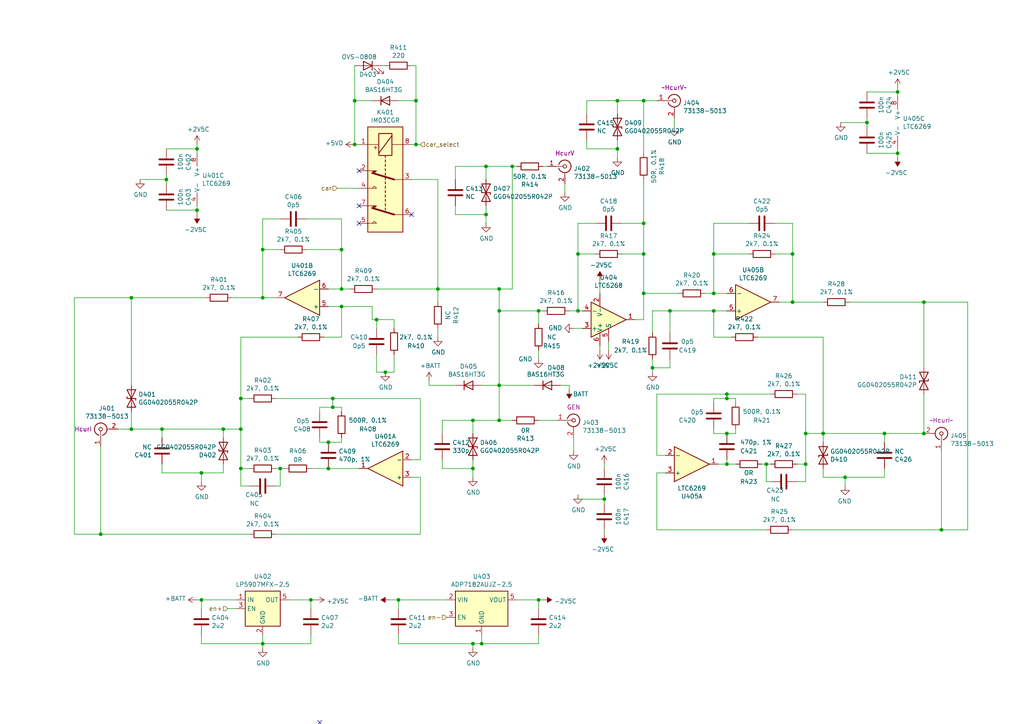
<source format=kicad_sch>
(kicad_sch (version 20211123) (generator eeschema)
  (paper "A4")
  (lib_symbols
    (symbol "Connector:Conn_Coaxial" (pin_names (offset 1.016) hide)
      (property "Reference" "J" (at 0.254 3.048 0))
      (property "Value" "Conn_Coaxial" (at 2.921 0 90))
      (symbol "Conn_Coaxial_1_1"
        (pin passive line (at -5.08 0 0) (length 2.54) (name "In") (number "1"))
        (pin passive line (at 0 -5.08 90) (length 2.54) (name "Ext") (number "2"))
      )
    )
    (symbol "Device:C" (pin_numbers hide) (pin_names (offset 0.254))
      (property "Reference" "C" (at 0.635 2.54 0))
      (property "Value" "C" (at 0.635 -2.54 0))
      (symbol "C_1_1"
        (pin passive line (at 0 3.81 270) (length 2.794) (name "~") (number "1"))
        (pin passive line (at 0 -3.81 90) (length 2.794) (name "~") (number "2"))
      )
    )
    (symbol "Device:D" (pin_numbers hide) (pin_names (offset 1.016) hide)
      (property "Reference" "D" (at 0 2.54 0))
      (property "Value" "D" (at 0 -2.54 0))
      (symbol "D_1_1"
        (pin passive line (at -3.81 0 0) (length 2.54) (name "K") (number "1"))
        (pin passive line (at 3.81 0 180) (length 2.54) (name "A") (number "2"))
      )
    )
    (symbol "Device:D_TVS" (pin_numbers hide) (pin_names (offset 1.016) hide)
      (property "Reference" "D" (at 0 2.54 0))
      (property "Value" "D_TVS" (at 0 -2.54 0))
      (symbol "D_TVS_1_1"
        (pin passive line (at -3.81 0 0) (length 2.54) (name "A1") (number "1"))
        (pin passive line (at 3.81 0 180) (length 2.54) (name "A2") (number "2"))
      )
    )
    (symbol "Device:LED" (pin_numbers hide) (pin_names (offset 1.016) hide)
      (property "Reference" "D" (at 0 2.54 0))
      (property "Value" "LED" (at 0 -2.54 0))
      (symbol "LED_1_1"
        (pin passive line (at -3.81 0 0) (length 2.54) (name "K") (number "1"))
        (pin passive line (at 3.81 0 180) (length 2.54) (name "A") (number "2"))
      )
    )
    (symbol "Device:R" (pin_numbers hide) (pin_names (offset 0))
      (property "Reference" "R" (at 2.032 0 90))
      (property "Value" "R" (at 0 0 90))
      (symbol "R_1_1"
        (pin passive line (at 0 3.81 270) (length 1.27) (name "~") (number "1"))
        (pin passive line (at 0 -3.81 90) (length 1.27) (name "~") (number "2"))
      )
    )
    (symbol "Regulator_Linear:ADP7182AUJZ-2.5"
      (property "Reference" "U" (at 0 -7.62 0))
      (property "Value" "ADP7182AUJZ-2.5" (at 0 -6.35 0))
      (symbol "ADP7182AUJZ-2.5_1_1"
        (pin power_in line (at 0 7.62 270) (length 2.54) (name "GND") (number "1"))
        (pin power_in line (at -10.16 -2.54 0) (length 2.54) (name "VIN") (number "2"))
        (pin input line (at -10.16 2.54 0) (length 2.54) (name "EN") (number "3"))
        (pin no_connect line (at 7.62 0 180) (length 2.54) hide (name "NC") (number "4"))
        (pin power_out line (at 10.16 -2.54 180) (length 2.54) (name "VOUT") (number "5"))
      )
    )
    (symbol "Regulator_Linear:LP5907MFX-2.5"
      (property "Reference" "U" (at -3.81 6.35 0))
      (property "Value" "LP5907MFX-2.5" (at 6.35 6.35 0))
      (symbol "LP5907MFX-2.5_0_1"
        (pin power_in line (at -7.62 2.54 0) (length 2.54) (name "IN") (number "1"))
        (pin power_in line (at 0 -7.62 90) (length 2.54) (name "GND") (number "2"))
        (pin input line (at -7.62 0 0) (length 2.54) (name "EN") (number "3"))
        (pin no_connect line (at 5.08 0 180) (length 2.54) hide (name "NC") (number "4"))
        (pin power_out line (at 7.62 2.54 180) (length 2.54) (name "OUT") (number "5"))
      )
    )
    (symbol "power:+5VD" (power) (pin_names (offset 0))
      (property "Value" "+5VD" (at 0 3.556 0))
      (symbol "+5VD_1_1"
        (pin power_in line (at 0 0 90) (length 0) hide (name "+5VD") (number "1"))
      )
    )
    (symbol "power:+BATT" (power) (pin_names (offset 0))
      (property "Value" "+BATT" (at 0 3.556 0))
      (symbol "+BATT_1_1"
        (pin power_in line (at 0 0 90) (length 0) hide (name "+BATT") (number "1"))
      )
    )
    (symbol "power:-BATT" (power) (pin_names (offset 0))
      (property "Value" "-BATT" (at 0 3.556 0))
      (symbol "-BATT_1_1"
        (pin power_in line (at 0 0 90) (length 0) hide (name "-BATT") (number "1"))
      )
    )
    (symbol "power:GND" (power) (pin_names (offset 0))
      (property "Value" "GND" (at 0 -3.81 0))
      (symbol "GND_1_1"
        (pin power_in line (at 0 0 270) (length 0) hide (name "GND") (number "1"))
      )
    )
    (symbol "tiepieLCR:+2V5C" (power) (pin_names (offset 0))
      (property "Value" "+2V5C" (at 0 3.556 0))
      (symbol "+2V5C_1_1"
        (pin power_in line (at 0 0 90) (length 0) hide (name "+2V5C") (number "1"))
      )
    )
    (symbol "tiepieLCR:-2V5C" (power) (pin_names (offset 0))
      (property "Value" "-2V5C" (at 0 3.81 0))
      (symbol "-2V5C_0_0"
        (pin power_in line (at 0 0 90) (length 0) hide (name "-2V5C") (number "1"))
      )
    )
    (symbol "tiepieLCR:1462039-4"
      (property "Reference" "K" (at 16.51 3.81 0))
      (property "Value" "1462039-4" (at 16.51 1.27 0))
      (symbol "1462039-4_0_0"
        (text "+" (at -9.271 2.921 0) (effects (font (size 1.27 1.27))))
      )
      (symbol "1462039-4_1_1"
        (pin passive line (at -10.16 7.62 270) (length 2.54) (name "~") (number "1"))
        (pin passive line (at -2.54 7.62 270) (length 2.54) (name "~") (number "2"))
        (pin passive line (at 0 -7.62 90) (length 2.54) (name "~") (number "3"))
        (pin passive line (at 2.54 7.62 270) (length 2.54) (name "~") (number "4"))
        (pin passive line (at 12.7 7.62 270) (length 2.54) (name "~") (number "5"))
        (pin passive line (at 10.16 -7.62 90) (length 2.54) (name "~") (number "6"))
        (pin passive line (at 7.62 7.62 270) (length 2.54) (name "~") (number "7"))
        (pin passive line (at -10.16 -7.62 90) (length 2.54) (name "~") (number "8"))
      )
    )
    (symbol "tiepieLCR:LTC6268" (pin_names (offset 0.127))
      (property "Reference" "U" (at 1.27 6.35 0))
      (property "Value" "LTC6268" (at 1.27 3.81 0))
      (symbol "LTC6268_0_1"
        (pin power_in line (at -2.54 -7.62 90) (length 3.81) (name "V-") (number "2"))
        (pin power_in line (at -2.54 7.62 270) (length 3.81) (name "V+") (number "6"))
      )
      (symbol "LTC6268_1_1"
        (pin output line (at 7.62 0 180) (length 2.54) (name "~") (number "1"))
        (pin input line (at -7.62 2.54 0) (length 2.54) (name "+") (number "3"))
        (pin input line (at -7.62 -2.54 0) (length 2.54) (name "-") (number "4"))
        (pin power_in line (at 0 6.35 270) (length 3.81) (name "S") (number "5"))
      )
    )
    (symbol "tiepieLCR:LTC6269" (pin_names (offset 0.127))
      (property "Reference" "U" (at 0 5.08 0))
      (property "Value" "LTC6269" (at 0 -5.08 0))
      (symbol "LTC6269_1_1"
        (pin output line (at 7.62 0 180) (length 2.54) (name "~") (number "1"))
        (pin input line (at -7.62 -2.54 0) (length 2.54) (name "-") (number "2"))
        (pin input line (at -7.62 2.54 0) (length 2.54) (name "+") (number "3"))
      )
      (symbol "LTC6269_2_1"
        (pin input line (at -7.62 2.54 0) (length 2.54) (name "+") (number "5"))
        (pin input line (at -7.62 -2.54 0) (length 2.54) (name "-") (number "6"))
        (pin output line (at 7.62 0 180) (length 2.54) (name "~") (number "7"))
      )
      (symbol "LTC6269_3_1"
        (pin power_in line (at -2.54 -7.62 90) (length 3.81) (name "V-") (number "4"))
        (pin power_in line (at -2.54 7.62 270) (length 3.81) (name "V+") (number "8"))
      )
    )
  )
  (junction (at 29.21 154.94))
  (junction (at 144.78 83.82))
  (junction (at 102.87 41.91))
  (junction (at 189.23 106.68))
  (junction (at 194.31 90.17))
  (junction (at 76.2 186.69))
  (junction (at 148.59 48.26))
  (junction (at 76.2 72.39))
  (junction (at 233.68 134.62))
  (junction (at 69.85 135.89))
  (junction (at 144.78 111.76))
  (junction (at 238.76 125.73))
  (junction (at 139.7 186.69))
  (junction (at 96.52 115.57))
  (junction (at 229.87 73.66))
  (junction (at 140.97 62.23))
  (junction (at 127 83.82))
  (junction (at 99.06 88.9))
  (junction (at 186.69 85.09))
  (junction (at 58.42 137.16))
  (junction (at 69.85 115.57))
  (junction (at 207.01 90.17))
  (junction (at 95.25 135.89))
  (junction (at 273.05 153.67))
  (junction (at 137.16 186.69))
  (junction (at 186.69 64.77))
  (junction (at 38.1 86.36))
  (junction (at 115.57 173.99))
  (junction (at 109.22 92.71))
  (junction (at 144.78 90.17))
  (junction (at 267.97 125.73))
  (junction (at 210.82 134.62))
  (junction (at 57.15 60.96))
  (junction (at 207.01 73.66))
  (junction (at 96.52 118.11))
  (junction (at 102.87 29.21))
  (junction (at 229.87 87.63))
  (junction (at 210.82 125.73))
  (junction (at 76.2 86.36))
  (junction (at 179.07 29.21))
  (junction (at 186.69 29.21))
  (junction (at 90.17 173.99))
  (junction (at 95.25 128.27))
  (junction (at 251.46 35.56))
  (junction (at 57.15 43.18))
  (junction (at 222.25 134.62))
  (junction (at 210.82 115.57))
  (junction (at 167.64 90.17))
  (junction (at 186.69 73.66))
  (junction (at 260.35 44.45))
  (junction (at 167.64 73.66))
  (junction (at 140.97 48.26))
  (junction (at 260.35 26.67))
  (junction (at 256.54 125.73))
  (junction (at 156.21 173.99))
  (junction (at 233.68 125.73))
  (junction (at 175.26 144.78))
  (junction (at 111.76 107.95))
  (junction (at 210.82 114.3))
  (junction (at 64.77 124.46))
  (junction (at 99.06 72.39))
  (junction (at 99.06 83.82))
  (junction (at 58.42 173.99))
  (junction (at 120.65 29.21))
  (junction (at 120.65 41.91))
  (junction (at 81.28 135.89))
  (junction (at 156.21 90.17))
  (junction (at 48.26 52.07))
  (junction (at 69.85 124.46))
  (junction (at 144.78 121.92))
  (junction (at 207.01 85.09))
  (junction (at 137.16 135.89))
  (junction (at 245.11 138.43))
  (junction (at 267.97 87.63))
  (junction (at 137.16 121.92))
  (junction (at 179.07 43.18))
  (junction (at 46.99 124.46))
  (junction (at 38.1 124.46))
  (no_connect (at 104.14 59.69))
  (no_connect (at 104.14 64.77))
  (no_connect (at 119.38 62.23))
  (no_connect (at 92.71 209.55))
  (no_connect (at 104.14 49.53))
  (wire (pts (xy 115.57 186.69) (xy 137.16 186.69)))
  (wire (pts (xy 219.71 97.79) (xy 238.76 97.79)))
  (wire (pts (xy 180.34 64.77) (xy 186.69 64.77)))
  (wire (pts (xy 68.58 176.53) (xy 66.04 176.53)))
  (wire (pts (xy 180.34 73.66) (xy 186.69 73.66)))
  (wire (pts (xy 76.2 86.36) (xy 80.01 86.36)))
  (wire (pts (xy 57.15 60.96) (xy 57.15 62.23)))
  (wire (pts (xy 246.38 87.63) (xy 267.97 87.63)))
  (wire (pts (xy 256.54 125.73) (xy 267.97 125.73)))
  (wire (pts (xy 245.11 138.43) (xy 256.54 138.43)))
  (wire (pts (xy 110.49 19.05) (xy 111.76 19.05)))
  (wire (pts (xy 109.22 95.25) (xy 109.22 92.71)))
  (wire (pts (xy 90.17 176.53) (xy 90.17 173.99)))
  (wire (pts (xy 238.76 138.43) (xy 245.11 138.43)))
  (wire (pts (xy 194.31 106.68) (xy 189.23 106.68)))
  (wire (pts (xy 194.31 96.52) (xy 194.31 90.17)))
  (wire (pts (xy 267.97 106.68) (xy 267.97 87.63)))
  (wire (pts (xy 95.25 88.9) (xy 99.06 88.9)))
  (wire (pts (xy 224.79 73.66) (xy 229.87 73.66)))
  (wire (pts (xy 167.64 73.66) (xy 167.64 90.17)))
  (wire (pts (xy 90.17 135.89) (xy 95.25 135.89)))
  (wire (pts (xy 229.87 153.67) (xy 273.05 153.67)))
  (wire (pts (xy 139.7 186.69) (xy 156.21 186.69)))
  (wire (pts (xy 207.01 64.77) (xy 217.17 64.77)))
  (wire (pts (xy 167.64 64.77) (xy 167.64 73.66)))
  (wire (pts (xy 109.22 83.82) (xy 127 83.82)))
  (wire (pts (xy 207.01 85.09) (xy 204.47 85.09)))
  (wire (pts (xy 166.37 127) (xy 166.37 130.81)))
  (wire (pts (xy 48.26 52.07) (xy 40.64 52.07)))
  (wire (pts (xy 193.04 132.08) (xy 190.5 132.08)))
  (wire (pts (xy 238.76 125.73) (xy 233.68 125.73)))
  (wire (pts (xy 217.17 73.66) (xy 207.01 73.66)))
  (wire (pts (xy 76.2 187.96) (xy 76.2 186.69)))
  (wire (pts (xy 280.67 87.63) (xy 280.67 153.67)))
  (wire (pts (xy 190.5 137.16) (xy 193.04 137.16)))
  (wire (pts (xy 121.92 138.43) (xy 121.92 154.94)))
  (wire (pts (xy 238.76 125.73) (xy 256.54 125.73)))
  (wire (pts (xy 186.69 64.77) (xy 186.69 73.66)))
  (wire (pts (xy 140.97 62.23) (xy 140.97 64.77)))
  (wire (pts (xy 96.52 118.11) (xy 96.52 115.57)))
  (wire (pts (xy 260.35 44.45) (xy 260.35 45.72)))
  (wire (pts (xy 124.46 111.76) (xy 132.08 111.76)))
  (wire (pts (xy 260.35 43.18) (xy 260.35 44.45)))
  (wire (pts (xy 91.44 173.99) (xy 90.17 173.99)))
  (wire (pts (xy 99.06 88.9) (xy 99.06 97.79)))
  (wire (pts (xy 114.3 107.95) (xy 111.76 107.95)))
  (wire (pts (xy 170.18 43.18) (xy 170.18 40.64)))
  (wire (pts (xy 190.5 153.67) (xy 190.5 137.16)))
  (wire (pts (xy 170.18 33.02) (xy 170.18 29.21)))
  (wire (pts (xy 156.21 184.15) (xy 156.21 186.69)))
  (wire (pts (xy 190.5 114.3) (xy 210.82 114.3)))
  (wire (pts (xy 256.54 128.27) (xy 256.54 125.73)))
  (wire (pts (xy 92.71 128.27) (xy 95.25 128.27)))
  (wire (pts (xy 140.97 62.23) (xy 132.08 62.23)))
  (wire (pts (xy 64.77 124.46) (xy 69.85 124.46)))
  (wire (pts (xy 175.26 143.51) (xy 175.26 144.78)))
  (wire (pts (xy 189.23 90.17) (xy 189.23 96.52)))
  (wire (pts (xy 57.15 43.18) (xy 57.15 41.91)))
  (wire (pts (xy 168.91 95.25) (xy 166.37 95.25)))
  (wire (pts (xy 115.57 184.15) (xy 115.57 186.69)))
  (wire (pts (xy 175.26 144.78) (xy 167.64 144.78)))
  (wire (pts (xy 144.78 111.76) (xy 144.78 121.92)))
  (wire (pts (xy 251.46 34.29) (xy 251.46 35.56)))
  (wire (pts (xy 170.18 29.21) (xy 179.07 29.21)))
  (wire (pts (xy 95.25 83.82) (xy 99.06 83.82)))
  (wire (pts (xy 48.26 43.18) (xy 57.15 43.18)))
  (wire (pts (xy 120.65 29.21) (xy 120.65 41.91)))
  (wire (pts (xy 58.42 184.15) (xy 58.42 186.69)))
  (wire (pts (xy 99.06 83.82) (xy 99.06 72.39)))
  (wire (pts (xy 137.16 135.89) (xy 128.27 135.89)))
  (wire (pts (xy 280.67 87.63) (xy 267.97 87.63)))
  (wire (pts (xy 233.68 139.7) (xy 233.68 134.62)))
  (wire (pts (xy 231.14 139.7) (xy 233.68 139.7)))
  (wire (pts (xy 137.16 133.35) (xy 137.16 135.89)))
  (wire (pts (xy 162.56 111.76) (xy 165.1 111.76)))
  (wire (pts (xy 104.14 54.61) (xy 97.79 54.61)))
  (wire (pts (xy 99.06 97.79) (xy 93.98 97.79)))
  (wire (pts (xy 172.72 64.77) (xy 167.64 64.77)))
  (wire (pts (xy 132.08 48.26) (xy 140.97 48.26)))
  (wire (pts (xy 29.21 154.94) (xy 72.39 154.94)))
  (wire (pts (xy 99.06 72.39) (xy 99.06 63.5)))
  (wire (pts (xy 210.82 134.62) (xy 213.36 134.62)))
  (wire (pts (xy 64.77 137.16) (xy 64.77 134.62)))
  (wire (pts (xy 245.11 140.97) (xy 245.11 138.43)))
  (wire (pts (xy 156.21 101.6) (xy 156.21 104.14)))
  (wire (pts (xy 96.52 115.57) (xy 121.92 115.57)))
  (wire (pts (xy 21.59 154.94) (xy 29.21 154.94)))
  (wire (pts (xy 210.82 85.09) (xy 207.01 85.09)))
  (wire (pts (xy 186.69 52.07) (xy 186.69 64.77)))
  (wire (pts (xy 88.9 72.39) (xy 99.06 72.39)))
  (wire (pts (xy 81.28 135.89) (xy 81.28 140.97)))
  (wire (pts (xy 189.23 106.68) (xy 189.23 107.95)))
  (wire (pts (xy 90.17 186.69) (xy 76.2 186.69)))
  (wire (pts (xy 114.3 92.71) (xy 109.22 92.71)))
  (wire (pts (xy 99.06 63.5) (xy 88.9 63.5)))
  (wire (pts (xy 186.69 29.21) (xy 190.5 29.21)))
  (wire (pts (xy 149.86 48.26) (xy 148.59 48.26)))
  (wire (pts (xy 179.07 29.21) (xy 179.07 33.02)))
  (wire (pts (xy 69.85 135.89) (xy 69.85 124.46)))
  (wire (pts (xy 102.87 41.91) (xy 102.87 29.21)))
  (wire (pts (xy 207.01 90.17) (xy 210.82 90.17)))
  (wire (pts (xy 179.07 43.18) (xy 179.07 45.72)))
  (wire (pts (xy 38.1 86.36) (xy 59.69 86.36)))
  (wire (pts (xy 107.95 92.71) (xy 107.95 88.9)))
  (wire (pts (xy 260.35 26.67) (xy 260.35 25.4)))
  (wire (pts (xy 175.26 144.78) (xy 175.26 146.05)))
  (wire (pts (xy 190.5 153.67) (xy 222.25 153.67)))
  (wire (pts (xy 21.59 86.36) (xy 21.59 154.94)))
  (wire (pts (xy 238.76 97.79) (xy 238.76 125.73)))
  (wire (pts (xy 273.05 130.81) (xy 273.05 153.67)))
  (wire (pts (xy 80.01 154.94) (xy 121.92 154.94)))
  (wire (pts (xy 207.01 124.46) (xy 207.01 125.73)))
  (wire (pts (xy 92.71 119.38) (xy 92.71 118.11)))
  (wire (pts (xy 189.23 104.14) (xy 189.23 106.68)))
  (wire (pts (xy 102.87 29.21) (xy 107.95 29.21)))
  (wire (pts (xy 186.69 73.66) (xy 186.69 85.09)))
  (wire (pts (xy 251.46 35.56) (xy 243.84 35.56)))
  (wire (pts (xy 127 52.07) (xy 127 83.82)))
  (wire (pts (xy 127 87.63) (xy 127 83.82)))
  (wire (pts (xy 92.71 118.11) (xy 96.52 118.11)))
  (wire (pts (xy 69.85 97.79) (xy 86.36 97.79)))
  (wire (pts (xy 256.54 138.43) (xy 256.54 135.89)))
  (wire (pts (xy 179.07 43.18) (xy 170.18 43.18)))
  (wire (pts (xy 233.68 125.73) (xy 233.68 134.62)))
  (wire (pts (xy 72.39 140.97) (xy 69.85 140.97)))
  (wire (pts (xy 111.76 107.95) (xy 109.22 107.95)))
  (wire (pts (xy 57.15 60.96) (xy 48.26 60.96)))
  (wire (pts (xy 173.99 100.33) (xy 173.99 101.6)))
  (wire (pts (xy 140.97 59.69) (xy 140.97 62.23)))
  (wire (pts (xy 148.59 121.92) (xy 144.78 121.92)))
  (wire (pts (xy 57.15 59.69) (xy 57.15 60.96)))
  (wire (pts (xy 148.59 83.82) (xy 144.78 83.82)))
  (wire (pts (xy 190.5 132.08) (xy 190.5 114.3)))
  (wire (pts (xy 154.94 111.76) (xy 144.78 111.76)))
  (wire (pts (xy 90.17 184.15) (xy 90.17 186.69)))
  (wire (pts (xy 115.57 176.53) (xy 115.57 173.99)))
  (wire (pts (xy 29.21 129.54) (xy 29.21 154.94)))
  (wire (pts (xy 99.06 83.82) (xy 101.6 83.82)))
  (wire (pts (xy 238.76 138.43) (xy 238.76 135.89)))
  (wire (pts (xy 167.64 90.17) (xy 168.91 90.17)))
  (wire (pts (xy 144.78 90.17) (xy 144.78 111.76)))
  (wire (pts (xy 176.53 101.6) (xy 176.53 99.06)))
  (wire (pts (xy 99.06 118.11) (xy 99.06 119.38)))
  (wire (pts (xy 58.42 173.99) (xy 68.58 173.99)))
  (wire (pts (xy 207.01 97.79) (xy 207.01 90.17)))
  (wire (pts (xy 157.48 48.26) (xy 158.75 48.26)))
  (wire (pts (xy 38.1 124.46) (xy 34.29 124.46)))
  (wire (pts (xy 127 95.25) (xy 127 97.79)))
  (wire (pts (xy 194.31 104.14) (xy 194.31 106.68)))
  (wire (pts (xy 76.2 72.39) (xy 76.2 63.5)))
  (wire (pts (xy 207.01 115.57) (xy 210.82 115.57)))
  (wire (pts (xy 165.1 90.17) (xy 167.64 90.17)))
  (wire (pts (xy 48.26 52.07) (xy 48.26 53.34)))
  (wire (pts (xy 208.28 134.62) (xy 210.82 134.62)))
  (wire (pts (xy 58.42 139.7) (xy 58.42 137.16)))
  (wire (pts (xy 69.85 140.97) (xy 69.85 135.89)))
  (wire (pts (xy 81.28 72.39) (xy 76.2 72.39)))
  (wire (pts (xy 113.03 173.99) (xy 115.57 173.99)))
  (wire (pts (xy 115.57 173.99) (xy 129.54 173.99)))
  (wire (pts (xy 46.99 124.46) (xy 64.77 124.46)))
  (wire (pts (xy 119.38 52.07) (xy 127 52.07)))
  (wire (pts (xy 90.17 173.99) (xy 83.82 173.99)))
  (wire (pts (xy 119.38 41.91) (xy 120.65 41.91)))
  (wire (pts (xy 109.22 102.87) (xy 109.22 107.95)))
  (wire (pts (xy 58.42 186.69) (xy 76.2 186.69)))
  (wire (pts (xy 207.01 85.09) (xy 207.01 73.66)))
  (wire (pts (xy 128.27 135.89) (xy 128.27 133.35)))
  (wire (pts (xy 195.58 34.29) (xy 195.58 36.83)))
  (wire (pts (xy 109.22 92.71) (xy 107.95 92.71)))
  (wire (pts (xy 128.27 125.73) (xy 128.27 121.92)))
  (wire (pts (xy 76.2 72.39) (xy 76.2 86.36)))
  (wire (pts (xy 260.35 44.45) (xy 251.46 44.45)))
  (wire (pts (xy 173.99 81.28) (xy 173.99 85.09)))
  (wire (pts (xy 139.7 111.76) (xy 144.78 111.76)))
  (wire (pts (xy 156.21 90.17) (xy 144.78 90.17)))
  (wire (pts (xy 69.85 135.89) (xy 72.39 135.89)))
  (wire (pts (xy 210.82 115.57) (xy 213.36 115.57)))
  (wire (pts (xy 210.82 114.3) (xy 223.52 114.3)))
  (wire (pts (xy 165.1 111.76) (xy 165.1 113.03)))
  (wire (pts (xy 46.99 137.16) (xy 46.99 134.62)))
  (wire (pts (xy 137.16 186.69) (xy 139.7 186.69)))
  (wire (pts (xy 251.46 35.56) (xy 251.46 36.83)))
  (wire (pts (xy 72.39 115.57) (xy 69.85 115.57)))
  (wire (pts (xy 58.42 176.53) (xy 58.42 173.99)))
  (wire (pts (xy 207.01 125.73) (xy 210.82 125.73)))
  (wire (pts (xy 76.2 86.36) (xy 67.31 86.36)))
  (wire (pts (xy 210.82 115.57) (xy 210.82 114.3)))
  (wire (pts (xy 38.1 111.76) (xy 38.1 86.36)))
  (wire (pts (xy 229.87 64.77) (xy 224.79 64.77)))
  (wire (pts (xy 260.35 27.94) (xy 260.35 26.67)))
  (wire (pts (xy 229.87 73.66) (xy 229.87 64.77)))
  (wire (pts (xy 21.59 86.36) (xy 38.1 86.36)))
  (wire (pts (xy 81.28 135.89) (xy 82.55 135.89)))
  (wire (pts (xy 58.42 137.16) (xy 46.99 137.16)))
  (wire (pts (xy 127 83.82) (xy 144.78 83.82)))
  (wire (pts (xy 148.59 48.26) (xy 148.59 83.82)))
  (wire (pts (xy 222.25 139.7) (xy 222.25 134.62)))
  (wire (pts (xy 81.28 140.97) (xy 80.01 140.97)))
  (wire (pts (xy 132.08 52.07) (xy 132.08 48.26)))
  (wire (pts (xy 233.68 114.3) (xy 231.14 114.3)))
  (wire (pts (xy 184.15 92.71) (xy 186.69 92.71)))
  (wire (pts (xy 186.69 44.45) (xy 186.69 29.21)))
  (wire (pts (xy 76.2 63.5) (xy 81.28 63.5)))
  (wire (pts (xy 64.77 137.16) (xy 58.42 137.16)))
  (wire (pts (xy 102.87 19.05) (xy 102.87 29.21)))
  (wire (pts (xy 223.52 139.7) (xy 222.25 139.7)))
  (wire (pts (xy 137.16 121.92) (xy 137.16 125.73)))
  (wire (pts (xy 194.31 90.17) (xy 207.01 90.17)))
  (wire (pts (xy 57.15 44.45) (xy 57.15 43.18)))
  (wire (pts (xy 207.01 73.66) (xy 207.01 64.77)))
  (wire (pts (xy 121.92 115.57) (xy 121.92 133.35)))
  (wire (pts (xy 119.38 133.35) (xy 121.92 133.35)))
  (wire (pts (xy 175.26 135.89) (xy 175.26 134.62)))
  (wire (pts (xy 156.21 93.98) (xy 156.21 90.17)))
  (wire (pts (xy 137.16 187.96) (xy 137.16 186.69)))
  (wire (pts (xy 76.2 184.15) (xy 76.2 186.69)))
  (wire (pts (xy 186.69 85.09) (xy 186.69 92.71)))
  (wire (pts (xy 137.16 121.92) (xy 144.78 121.92)))
  (wire (pts (xy 156.21 173.99) (xy 157.48 173.99)))
  (wire (pts (xy 38.1 124.46) (xy 46.99 124.46)))
  (wire (pts (xy 220.98 134.62) (xy 222.25 134.62)))
  (wire (pts (xy 132.08 62.23) (xy 132.08 59.69)))
  (wire (pts (xy 120.65 41.91) (xy 121.92 41.91)))
  (wire (pts (xy 179.07 29.21) (xy 186.69 29.21)))
  (wire (pts (xy 102.87 41.91) (xy 104.14 41.91)))
  (wire (pts (xy 179.07 40.64) (xy 179.07 43.18)))
  (wire (pts (xy 38.1 119.38) (xy 38.1 124.46)))
  (wire (pts (xy 140.97 48.26) (xy 140.97 52.07)))
  (wire (pts (xy 186.69 85.09) (xy 196.85 85.09)))
  (wire (pts (xy 213.36 125.73) (xy 210.82 125.73)))
  (wire (pts (xy 64.77 127) (xy 64.77 124.46)))
  (wire (pts (xy 157.48 90.17) (xy 156.21 90.17)))
  (wire (pts (xy 156.21 176.53) (xy 156.21 173.99)))
  (wire (pts (xy 213.36 115.57) (xy 213.36 116.84)))
  (wire (pts (xy 229.87 87.63) (xy 226.06 87.63)))
  (wire (pts (xy 163.83 53.34) (xy 163.83 55.88)))
  (wire (pts (xy 95.25 135.89) (xy 104.14 135.89)))
  (wire (pts (xy 251.46 26.67) (xy 260.35 26.67)))
  (wire (pts (xy 229.87 87.63) (xy 238.76 87.63)))
  (wire (pts (xy 120.65 19.05) (xy 120.65 29.21)))
  (wire (pts (xy 156.21 121.92) (xy 161.29 121.92)))
  (wire (pts (xy 119.38 19.05) (xy 120.65 19.05)))
  (wire (pts (xy 280.67 153.67) (xy 273.05 153.67)))
  (wire (pts (xy 80.01 115.57) (xy 96.52 115.57)))
  (wire (pts (xy 267.97 114.3) (xy 267.97 125.73)))
  (wire (pts (xy 48.26 50.8) (xy 48.26 52.07)))
  (wire (pts (xy 144.78 90.17) (xy 144.78 83.82)))
  (wire (pts (xy 107.95 88.9) (xy 99.06 88.9)))
  (wire (pts (xy 222.25 134.62) (xy 223.52 134.62)))
  (wire (pts (xy 95.25 128.27) (xy 99.06 128.27)))
  (wire (pts (xy 229.87 73.66) (xy 229.87 87.63)))
  (wire (pts (xy 212.09 97.79) (xy 207.01 97.79)))
  (wire (pts (xy 80.01 135.89) (xy 81.28 135.89)))
  (wire (pts (xy 128.27 121.92) (xy 137.16 121.92)))
  (wire (pts (xy 233.68 125.73) (xy 233.68 114.3)))
  (wire (pts (xy 69.85 97.79) (xy 69.85 115.57)))
  (wire (pts (xy 114.3 92.71) (xy 114.3 95.25)))
  (wire (pts (xy 92.71 127) (xy 92.71 128.27)))
  (wire (pts (xy 140.97 48.26) (xy 148.59 48.26)))
  (wire (pts (xy 238.76 128.27) (xy 238.76 125.73)))
  (wire (pts (xy 210.82 133.35) (xy 210.82 134.62)))
  (wire (pts (xy 207.01 116.84) (xy 207.01 115.57)))
  (wire (pts (xy 231.14 134.62) (xy 233.68 134.62)))
  (wire (pts (xy 114.3 102.87) (xy 114.3 107.95)))
  (wire (pts (xy 167.64 73.66) (xy 172.72 73.66)))
  (wire (pts (xy 189.23 90.17) (xy 194.31 90.17)))
  (wire (pts (xy 139.7 184.15) (xy 139.7 186.69)))
  (wire (pts (xy 121.92 138.43) (xy 119.38 138.43)))
  (wire (pts (xy 137.16 135.89) (xy 137.16 138.43)))
  (wire (pts (xy 99.06 128.27) (xy 99.06 127)))
  (wire (pts (xy 115.57 29.21) (xy 120.65 29.21)))
  (wire (pts (xy 57.15 173.99) (xy 58.42 173.99)))
  (wire (pts (xy 124.46 110.49) (xy 124.46 111.76)))
  (wire (pts (xy 175.26 153.67) (xy 175.26 154.94)))
  (wire (pts (xy 69.85 115.57) (xy 69.85 124.46)))
  (wire (pts (xy 213.36 125.73) (xy 213.36 124.46)))
  (wire (pts (xy 46.99 127) (xy 46.99 124.46)))
  (wire (pts (xy 96.52 118.11) (xy 99.06 118.11)))
  (wire (pts (xy 149.86 173.99) (xy 156.21 173.99)))
  (hierarchical_label "car" (shape input) (at 97.79 54.61 180))
  (hierarchical_label "en+" (shape input) (at 66.04 176.53 180))
  (hierarchical_label "car_select" (shape input) (at 121.92 41.91 0))
  (hierarchical_label "en-" (shape input) (at 129.54 179.07 180))
  (symbol (lib_id "tiepieLCR:1462039-4") (at 111.76 52.07 90) (mirror x) (unit 1)
    (property "Reference" "K401" (at 111.76 32.5882 90))
    (property "Value" "IM03CGR" (at 111.76 34.8996 90))
    (property "Footprint" "tiepieLCR:1462039-4" (effects hide))
  )
  (symbol (lib_id "power:+5VD") (at 102.87 41.91 90) (unit 1)
    (property "Reference" "#PWR0408" (effects hide))
    (property "Value" "+5VD" (at 99.6188 41.529 90) (effects (justify left)))
  )
  (symbol (lib_id "Device:D") (at 111.76 29.21 0) (mirror x) (unit 1)
    (property "Reference" "D404" (at 111.76 23.7236 0))
    (property "Value" "BAS16HT3G " (at 111.76 26.035 0))
    (property "Footprint" "Diode_SMD:D_SOD-323" (effects hide))
  )
  (symbol (lib_id "Device:R") (at 114.3 99.06 180)
    (property "Reference" "R410" (at 120.65 100.33 0))
    (property "Value" "2k7, 0.1%" (at 120.65 97.79 0))
    (property "Footprint" "Resistor_SMD:R_0603_1608Metric_Pad1.05x0.95mm_HandSolder" (effects hide))
    (property "Name" "ERJ-PB3B2701V" (effects hide))
  )
  (symbol (lib_id "Device:R") (at 85.09 72.39 270)
    (property "Reference" "R405" (at 85.09 67.1322 90))
    (property "Value" "2k7, 0.1%" (at 85.09 69.4436 90))
    (property "Footprint" "Resistor_SMD:R_0603_1608Metric_Pad1.05x0.95mm_HandSolder" (effects hide))
    (property "Name" "ERJ-PB3B2701V" (effects hide))
  )
  (symbol (lib_id "Device:R") (at 105.41 83.82 270)
    (property "Reference" "R409" (at 105.41 78.5622 90))
    (property "Value" "2k7, 0.1%" (at 105.41 80.8736 90))
    (property "Footprint" "Resistor_SMD:R_0603_1608Metric_Pad1.05x0.95mm_HandSolder" (effects hide))
    (property "Name" "ERJ-PB3B2701V" (effects hide))
  )
  (symbol (lib_id "Device:R") (at 90.17 97.79 270)
    (property "Reference" "R407" (at 90.17 92.5322 90))
    (property "Value" "2k7, 0.1%" (at 90.17 94.8436 90))
    (property "Footprint" "Resistor_SMD:R_0603_1608Metric_Pad1.05x0.95mm_HandSolder" (effects hide))
    (property "Name" "ERJ-PB3B2701V" (effects hide))
  )
  (symbol (lib_id "Device:R") (at 161.29 90.17 270)
    (property "Reference" "R416" (at 161.29 84.9122 90))
    (property "Value" "2k7, 0.1%" (at 161.29 87.2236 90))
    (property "Footprint" "Resistor_SMD:R_0603_1608Metric_Pad1.05x0.95mm_HandSolder" (effects hide))
    (property "Name" "ERJ-PB3B2701V" (effects hide))
  )
  (symbol (lib_id "Device:R") (at 176.53 73.66 270)
    (property "Reference" "R417" (at 176.53 68.4022 90))
    (property "Value" "2k7, 0.1%" (at 176.53 70.7136 90))
    (property "Footprint" "Resistor_SMD:R_0603_1608Metric_Pad1.05x0.95mm_HandSolder" (effects hide))
    (property "Name" "ERJ-PB3B2701V" (effects hide))
  )
  (symbol (lib_id "Device:R") (at 200.66 85.09 270)
    (property "Reference" "R420" (at 200.66 79.8322 90))
    (property "Value" "2k7, 0.1%" (at 200.66 82.1436 90))
    (property "Footprint" "Resistor_SMD:R_0603_1608Metric_Pad1.05x0.95mm_HandSolder" (effects hide))
    (property "Name" "ERJ-PB3B2701V" (effects hide))
  )
  (symbol (lib_id "Device:R") (at 215.9 97.79 270)
    (property "Reference" "R422" (at 215.9 92.5322 90))
    (property "Value" "2k7, 0.1%" (at 215.9 94.8436 90))
    (property "Footprint" "Resistor_SMD:R_0603_1608Metric_Pad1.05x0.95mm_HandSolder" (effects hide))
    (property "Name" "ERJ-PB3B2701V" (effects hide))
  )
  (symbol (lib_id "Device:R") (at 189.23 100.33 0)
    (property "Reference" "R419" (at 182.88 99.06 0))
    (property "Value" "2k7, 0.1%" (at 182.88 101.6 0))
    (property "Footprint" "Resistor_SMD:R_0603_1608Metric_Pad1.05x0.95mm_HandSolder" (effects hide))
    (property "Name" "ERJ-PB3B2701V" (effects hide))
  )
  (symbol (lib_id "Device:R") (at 220.98 73.66 270)
    (property "Reference" "R424" (at 220.98 68.4022 90))
    (property "Value" "2k7, 0.1%" (at 220.98 70.7136 90))
    (property "Footprint" "Resistor_SMD:R_0603_1608Metric_Pad1.05x0.95mm_HandSolder" (effects hide))
    (property "Name" "ERJ-PB3B2701V" (effects hide))
  )
  (symbol (lib_id "Device:R") (at 226.06 153.67 270)
    (property "Reference" "R425" (at 226.06 148.4122 90))
    (property "Value" "2k7, 0.1%" (at 226.06 150.7236 90))
    (property "Footprint" "Resistor_SMD:R_0603_1608Metric_Pad1.05x0.95mm_HandSolder" (effects hide))
    (property "Name" "ERJ-PB3B2701V" (effects hide))
  )
  (symbol (lib_id "Device:D") (at 135.89 111.76 0) (mirror x) (unit 1)
    (property "Reference" "D405" (at 135.89 106.2736 0))
    (property "Value" "BAS16HT3G " (at 135.89 108.585 0))
    (property "Footprint" "Diode_SMD:D_SOD-323" (effects hide))
  )
  (symbol (lib_id "power:+BATT") (at 124.46 110.49 0) (unit 1)
    (property "Reference" "#PWR0411" (effects hide))
    (property "Value" "+BATT" (at 124.841 106.0958 0))
  )
  (symbol (lib_id "Device:D") (at 158.75 111.76 0) (mirror x) (unit 1)
    (property "Reference" "D408" (at 161.29 106.68 0))
    (property "Value" "BAS16HT3G " (at 158.75 108.585 0))
    (property "Footprint" "Diode_SMD:D_SOD-323" (effects hide))
  )
  (symbol (lib_id "tiepieLCR:+2V5C") (at 91.44 173.99 270) (unit 1)
    (property "Reference" "#PWR0407" (effects hide))
    (property "Value" "+2V5C" (at 94.6912 174.371 90) (effects (justify left)))
  )
  (symbol (lib_id "tiepieLCR:-2V5C") (at 157.48 173.99 270) (unit 1)
    (property "Reference" "#PWR0417" (effects hide))
    (property "Value" "-2V5C" (at 160.7312 174.371 90) (effects (justify left)))
  )
  (symbol (lib_id "tiepieLCR:-2V5C") (at 57.15 62.23 180) (unit 1)
    (property "Reference" "#PWR0403" (effects hide))
    (property "Value" "-2V5C" (at 56.769 66.6242 0))
  )
  (symbol (lib_id "tiepieLCR:-2V5C") (at 175.26 154.94 180) (unit 1)
    (property "Reference" "#PWR0426" (effects hide))
    (property "Value" "-2V5C" (at 174.879 159.3342 0))
  )
  (symbol (lib_id "tiepieLCR:-2V5C") (at 260.35 45.72 180) (unit 1)
    (property "Reference" "#PWR0434" (effects hide))
    (property "Value" "-2V5C" (at 259.969 50.1142 0))
  )
  (symbol (lib_id "tiepieLCR:+2V5C") (at 57.15 41.91 0) (unit 1)
    (property "Reference" "#PWR0402" (effects hide))
    (property "Value" "+2V5C" (at 57.531 37.5158 0))
  )
  (symbol (lib_id "tiepieLCR:+2V5C") (at 175.26 134.62 0) (unit 1)
    (property "Reference" "#PWR0425" (effects hide))
    (property "Value" "+2V5C" (at 175.641 130.2258 0))
  )
  (symbol (lib_id "tiepieLCR:+2V5C") (at 260.35 25.4 0) (unit 1)
    (property "Reference" "#PWR0433" (effects hide))
    (property "Value" "+2V5C" (at 260.731 21.0058 0))
  )
  (symbol (lib_id "tiepieLCR:+2V5C") (at 173.99 101.6 180) (unit 1)
    (property "Reference" "#PWR0424" (effects hide))
    (property "Value" "+2V5C" (at 173.609 105.9942 0))
  )
  (symbol (lib_id "tiepieLCR:+2V5C") (at 176.53 101.6 180) (unit 1)
    (property "Reference" "#PWR0427" (effects hide))
    (property "Value" "+2V5C" (at 176.149 105.9942 0))
  )
  (symbol (lib_id "tiepieLCR:-2V5C") (at 173.99 81.28 0) (unit 1)
    (property "Reference" "#PWR0423" (effects hide))
    (property "Value" "-2V5C" (at 174.371 76.8858 0))
  )
  (symbol (lib_id "power:GND") (at 179.07 45.72 0)
    (property "Reference" "#PWR0428" (effects hide))
    (property "Value" "GND" (at 179.197 50.1142 0))
  )
  (symbol (lib_id "Device:C") (at 170.18 36.83 180)
    (property "Reference" "C415" (at 173.101 35.6616 0) (effects (justify right)))
    (property "Value" "NC" (at 173.101 37.973 0) (effects (justify right)))
    (property "Footprint" "Capacitor_SMD:C_0603_1608Metric_Pad1.05x0.95mm_HandSolder" (effects hide))
  )
  (symbol (lib_id "power:GND") (at 195.58 36.83 0) (unit 1)
    (property "Reference" "#PWR0430" (effects hide))
    (property "Value" "GND" (at 195.707 41.2242 0))
  )
  (symbol (lib_id "Connector:Conn_Coaxial") (at 195.58 29.21 0)
    (property "Reference" "J404" (at 198.12 29.845 0) (effects (justify left)))
    (property "Value" "73138-5013" (at 198.12 32.1564 0) (effects (justify left)))
    (property "Footprint" "tiepieLCR:0731385033" (effects hide))
    (property "Datasheet" " ~" (effects hide))
    (property "Name" "~HcurV~" (at 195.58 25.4 0))
  )
  (symbol (lib_id "Device:D_TVS") (at 179.07 36.83 270)
    (property "Reference" "D409" (at 181.0766 35.6616 90) (effects (justify left)))
    (property "Value" "GG0402055R042P" (at 181.0766 37.973 90) (effects (justify left)))
    (property "Footprint" "Diode_SMD:D_0402_1005Metric" (effects hide))
  )
  (symbol (lib_id "Device:R") (at 76.2 135.89 270)
    (property "Reference" "R403" (at 76.2 130.6322 90))
    (property "Value" "2k7, 0.1%" (at 76.2 132.9436 90))
    (property "Footprint" "Resistor_SMD:R_0603_1608Metric_Pad1.05x0.95mm_HandSolder" (effects hide))
    (property "Name" "ERJ-PB3B2701V" (effects hide))
  )
  (symbol (lib_id "Device:R") (at 76.2 115.57 270)
    (property "Reference" "R402" (at 76.2 110.3122 90))
    (property "Value" "2k7, 0.1%" (at 76.2 112.6236 90))
    (property "Footprint" "Resistor_SMD:R_0603_1608Metric_Pad1.05x0.95mm_HandSolder" (effects hide))
    (property "Name" "ERJ-PB3B2701V" (effects hide))
  )
  (symbol (lib_id "Device:C") (at 95.25 132.08 180)
    (property "Reference" "C409" (at 98.171 130.9116 0) (effects (justify right)))
    (property "Value" "470p, 1%" (at 98.171 133.223 0) (effects (justify right)))
    (property "Footprint" "Capacitor_SMD:C_0603_1608Metric_Pad1.05x0.95mm_HandSolder" (effects hide))
    (property "Name" "GRM1885C1H102FA01J" (effects hide))
  )
  (symbol (lib_id "Device:R") (at 76.2 154.94 270)
    (property "Reference" "R404" (at 76.2 149.6822 90))
    (property "Value" "2k7, 0.1%" (at 76.2 151.9936 90))
    (property "Footprint" "Resistor_SMD:R_0603_1608Metric_Pad1.05x0.95mm_HandSolder" (effects hide))
    (property "Name" "ERJ-PB3B2701V" (effects hide))
  )
  (symbol (lib_id "Connector:Conn_Coaxial") (at 29.21 124.46 90)
    (property "Reference" "J401" (at 31.0134 118.4402 90))
    (property "Value" "73138-5013" (at 31.0134 120.7516 90))
    (property "Footprint" "tiepieLCR:0731385033" (effects hide))
    (property "Datasheet" " ~" (effects hide))
    (property "Name" "HcurI" (at 24.13 124.46 90))
  )
  (symbol (lib_id "Device:D_TVS") (at 64.77 130.81 90)
    (property "Reference" "D402" (at 62.7634 131.9784 90) (effects (justify left)))
    (property "Value" "GG0402055R042P" (at 62.7634 129.667 90) (effects (justify left)))
    (property "Footprint" "Diode_SMD:D_0402_1005Metric" (effects hide))
  )
  (symbol (lib_id "Device:C") (at 46.99 130.81 180)
    (property "Reference" "C401" (at 44.069 131.9784 0) (effects (justify left)))
    (property "Value" "NC" (at 44.069 129.667 0) (effects (justify left)))
    (property "Footprint" "Capacitor_SMD:C_0603_1608Metric_Pad1.05x0.95mm_HandSolder" (effects hide))
  )
  (symbol (lib_id "power:GND") (at 58.42 139.7 0)
    (property "Reference" "#PWR0405" (effects hide))
    (property "Value" "GND" (at 58.547 144.0942 0))
  )
  (symbol (lib_id "tiepieLCR:LTC6269") (at 87.63 86.36 180) (unit 2)
    (property "Reference" "U401" (at 87.63 77.0382 0))
    (property "Value" "LTC6269" (at 87.63 79.3496 0))
    (property "Footprint" "Package_SO:MSOP-8_3x3mm_P0.65mm" (effects hide))
    (property "Datasheet" "http://www.ti.com/lit/ds/symlink/lm358.pdf" (effects hide))
  )
  (symbol (lib_id "Device:R") (at 63.5 86.36 270)
    (property "Reference" "R401" (at 63.5 81.1022 90))
    (property "Value" "2k7, 0.1%" (at 63.5 83.4136 90))
    (property "Footprint" "Resistor_SMD:R_0603_1608Metric_Pad1.05x0.95mm_HandSolder" (effects hide))
    (property "Name" "ERJ-PB3B2701V" (effects hide))
  )
  (symbol (lib_id "Device:C") (at 85.09 63.5 270)
    (property "Reference" "C406" (at 85.09 57.0992 90))
    (property "Value" "0p5" (at 85.09 59.4106 90))
    (property "Footprint" "Capacitor_SMD:C_0603_1608Metric_Pad1.05x0.95mm_HandSolder" (effects hide))
    (property "Name" "GJM1555C1H3R9WB01D" (effects hide))
  )
  (symbol (lib_id "Connector:Conn_Coaxial") (at 166.37 121.92 0)
    (property "Reference" "J403" (at 168.91 122.555 0) (effects (justify left)))
    (property "Value" "73138-5013" (at 168.91 124.8664 0) (effects (justify left)))
    (property "Footprint" "tiepieLCR:0731385033" (effects hide))
    (property "Datasheet" " ~" (effects hide))
    (property "Name" "GEN" (at 166.37 118.11 0))
  )
  (symbol (lib_id "power:GND") (at 166.37 130.81 0) (unit 1)
    (property "Reference" "#PWR0421" (effects hide))
    (property "Value" "GND" (at 166.497 135.2042 0))
  )
  (symbol (lib_id "Connector:Conn_Coaxial") (at 163.83 48.26 0)
    (property "Reference" "J402" (at 166.37 48.895 0) (effects (justify left)))
    (property "Value" "73138-5013" (at 166.37 51.2064 0) (effects (justify left)))
    (property "Footprint" "tiepieLCR:0731385033" (effects hide))
    (property "Datasheet" " ~" (effects hide))
    (property "Name" "HcurV" (at 163.83 44.45 0))
  )
  (symbol (lib_id "power:GND") (at 163.83 55.88 0) (unit 1)
    (property "Reference" "#PWR0418" (effects hide))
    (property "Value" "GND" (at 163.957 60.2742 0))
  )
  (symbol (lib_id "Device:D_TVS") (at 140.97 55.88 270)
    (property "Reference" "D407" (at 142.9766 54.7116 90) (effects (justify left)))
    (property "Value" "GG0402055R042P" (at 142.9766 57.023 90) (effects (justify left)))
    (property "Footprint" "Diode_SMD:D_0402_1005Metric" (effects hide))
  )
  (symbol (lib_id "power:GND") (at 140.97 64.77 0)
    (property "Reference" "#PWR0415" (effects hide))
    (property "Value" "GND" (at 141.097 69.1642 0))
  )
  (symbol (lib_id "Device:D_TVS") (at 38.1 115.57 270)
    (property "Reference" "D401" (at 40.1066 114.4016 90) (effects (justify left)))
    (property "Value" "GG0402055R042P" (at 40.1066 116.713 90) (effects (justify left)))
    (property "Footprint" "Diode_SMD:D_0402_1005Metric" (effects hide))
  )
  (symbol (lib_id "tiepieLCR:LTC6269") (at 59.69 52.07 0) (unit 3)
    (property "Reference" "U401" (at 58.6232 50.9016 0) (effects (justify left)))
    (property "Value" "LTC6269" (at 58.6232 53.213 0) (effects (justify left)))
    (property "Footprint" "Package_SO:MSOP-8_3x3mm_P0.65mm" (effects hide))
    (property "Datasheet" "http://www.ti.com/lit/ds/symlink/lm358.pdf" (effects hide))
  )
  (symbol (lib_id "Device:C") (at 132.08 55.88 180)
    (property "Reference" "C413" (at 135.001 54.7116 0) (effects (justify right)))
    (property "Value" "NC" (at 135.001 57.023 0) (effects (justify right)))
    (property "Footprint" "Capacitor_SMD:C_0603_1608Metric_Pad1.05x0.95mm_HandSolder" (effects hide))
  )
  (symbol (lib_id "power:-BATT") (at 165.1 113.03 180) (unit 1)
    (property "Reference" "#PWR0419" (effects hide))
    (property "Value" "-BATT" (at 167.64 114.3 0))
  )
  (symbol (lib_id "power:GND") (at 40.64 52.07 0) (unit 1)
    (property "Reference" "#PWR0401" (effects hide))
    (property "Value" "GND" (at 40.767 56.4642 0))
  )
  (symbol (lib_id "Device:D_TVS") (at 137.16 129.54 270)
    (property "Reference" "D406" (at 139.1666 128.3716 90) (effects (justify left)))
    (property "Value" "GG0402055R042P" (at 139.1666 130.683 90) (effects (justify left)))
    (property "Footprint" "Diode_SMD:D_0402_1005Metric" (effects hide))
  )
  (symbol (lib_id "power:GND") (at 137.16 138.43 0)
    (property "Reference" "#PWR0413" (effects hide))
    (property "Value" "GND" (at 137.287 142.8242 0))
  )
  (symbol (lib_id "Device:C") (at 128.27 129.54 180)
    (property "Reference" "C412" (at 131.191 128.3716 0) (effects (justify right)))
    (property "Value" "330p" (at 131.191 130.683 0) (effects (justify right)))
    (property "Footprint" "Capacitor_SMD:C_0603_1608Metric_Pad1.05x0.95mm_HandSolder" (effects hide))
  )
  (symbol (lib_id "power:GND") (at 156.21 104.14 0) (unit 1)
    (property "Reference" "#PWR0416" (effects hide))
    (property "Value" "GND" (at 152.4 104.14 0))
  )
  (symbol (lib_id "Device:R") (at 156.21 97.79 180)
    (property "Reference" "R415" (at 160.02 100.33 0))
    (property "Value" "NC" (at 160.02 97.79 0))
    (property "Footprint" "Resistor_SMD:R_0603_1608Metric_Pad1.05x0.95mm_HandSolder" (effects hide))
  )
  (symbol (lib_id "Device:R") (at 227.33 134.62 90) (mirror x)
    (property "Reference" "R427" (at 227.33 129.3622 90))
    (property "Value" "2k7, 0.1%" (at 227.33 131.6736 90))
    (property "Footprint" "Resistor_SMD:R_0603_1608Metric_Pad1.05x0.95mm_HandSolder" (effects hide))
    (property "Name" "ERJ-PB3B2701V" (effects hide))
  )
  (symbol (lib_id "Device:R") (at 227.33 114.3 90) (mirror x)
    (property "Reference" "R426" (at 227.33 109.0422 90))
    (property "Value" "2k7, 0.1%" (at 227.33 111.3536 90))
    (property "Footprint" "Resistor_SMD:R_0603_1608Metric_Pad1.05x0.95mm_HandSolder" (effects hide))
    (property "Name" "ERJ-PB3B2701V" (effects hide))
  )
  (symbol (lib_id "Device:D_TVS") (at 238.76 132.08 270) (mirror x)
    (property "Reference" "D410" (at 240.7666 133.2484 90) (effects (justify left)))
    (property "Value" "GG0402055R042P" (at 240.7666 130.937 90) (effects (justify left)))
    (property "Footprint" "Diode_SMD:D_0402_1005Metric" (effects hide))
  )
  (symbol (lib_id "Device:C") (at 256.54 132.08 0) (mirror x)
    (property "Reference" "C426" (at 259.461 133.2484 0) (effects (justify left)))
    (property "Value" "NC" (at 259.461 130.937 0) (effects (justify left)))
    (property "Footprint" "Capacitor_SMD:C_0603_1608Metric_Pad1.05x0.95mm_HandSolder" (effects hide))
  )
  (symbol (lib_id "power:GND") (at 245.11 140.97 0) (mirror y)
    (property "Reference" "#PWR0432" (effects hide))
    (property "Value" "GND" (at 244.983 145.3642 0))
  )
  (symbol (lib_id "tiepieLCR:LTC6269") (at 218.44 87.63 0) (mirror x) (unit 2)
    (property "Reference" "U405" (at 218.44 78.3082 0))
    (property "Value" "LTC6269" (at 218.44 80.6196 0))
    (property "Footprint" "Package_SO:MSOP-8_3x3mm_P0.65mm" (effects hide))
    (property "Datasheet" "http://www.ti.com/lit/ds/symlink/lm358.pdf" (effects hide))
  )
  (symbol (lib_id "Device:R") (at 242.57 87.63 90) (mirror x)
    (property "Reference" "R428" (at 242.57 82.3722 90))
    (property "Value" "2k7, 0.1%" (at 242.57 84.6836 90))
    (property "Footprint" "Resistor_SMD:R_0603_1608Metric_Pad1.05x0.95mm_HandSolder" (effects hide))
    (property "Name" "ERJ-PB3B2701V" (effects hide))
  )
  (symbol (lib_id "Device:C") (at 220.98 64.77 90) (mirror x)
    (property "Reference" "C422" (at 220.98 58.3692 90))
    (property "Value" "0p5" (at 220.98 60.6806 90))
    (property "Footprint" "Capacitor_SMD:C_0603_1608Metric_Pad1.05x0.95mm_HandSolder" (effects hide))
    (property "Name" "GJM1555C1H3R9WB01D" (effects hide))
  )
  (symbol (lib_id "Connector:Conn_Coaxial") (at 273.05 125.73 270) (mirror x)
    (property "Reference" "J405" (at 275.6154 126.3904 90) (effects (justify left)))
    (property "Value" "73138-5013" (at 275.6154 128.7018 90) (effects (justify left)))
    (property "Footprint" "tiepieLCR:0731385033" (effects hide))
    (property "Datasheet" " ~" (effects hide))
    (property "Name" "~HcurI~" (at 273.05 121.92 90))
  )
  (symbol (lib_id "Device:D_TVS") (at 267.97 110.49 90) (mirror x)
    (property "Reference" "D411" (at 265.9634 109.3216 90) (effects (justify left)))
    (property "Value" "GG0402055R042P" (at 265.9634 111.633 90) (effects (justify left)))
    (property "Footprint" "Diode_SMD:D_0402_1005Metric" (effects hide))
  )
  (symbol (lib_id "power:GND") (at 111.76 107.95 0) (unit 1)
    (property "Reference" "#PWR0409" (effects hide))
    (property "Value" "GND" (at 111.887 112.3442 0))
  )
  (symbol (lib_id "Device:C") (at 109.22 99.06 0)
    (property "Reference" "C410" (at 104.14 97.79 0))
    (property "Value" "0p5" (at 104.14 100.33 0))
    (property "Footprint" "Capacitor_SMD:C_0603_1608Metric_Pad1.05x0.95mm_HandSolder" (effects hide))
    (property "Name" "GJM1555C1H3R9WB01D" (effects hide))
  )
  (symbol (lib_id "Device:R") (at 186.69 48.26 0) (mirror y)
    (property "Reference" "R418" (at 191.9478 48.26 90))
    (property "Value" "50R, 0.1%" (at 189.6364 48.26 90))
    (property "Footprint" "Resistor_SMD:R_0603_1608Metric" (effects hide))
  )
  (symbol (lib_id "Device:C") (at 194.31 100.33 0) (mirror y)
    (property "Reference" "C419" (at 199.39 101.6 0))
    (property "Value" "0p5" (at 199.39 99.06 0))
    (property "Footprint" "Capacitor_SMD:C_0603_1608Metric_Pad1.05x0.95mm_HandSolder" (effects hide))
    (property "Name" "GJM1555C1H3R9WB01D" (effects hide))
  )
  (symbol (lib_id "Device:LED") (at 106.68 19.05 0) (mirror y)
    (property "Reference" "D403" (at 104.14 21.59 0) (effects (justify right)))
    (property "Value" "OVS-0808 " (at 99.06 16.51 0) (effects (justify right)))
    (property "Footprint" "LED_SMD:LED_0805_2012Metric" (effects hide))
  )
  (symbol (lib_id "Device:R") (at 115.57 19.05 90) (mirror x)
    (property "Reference" "R411" (at 115.57 13.7922 90))
    (property "Value" "220" (at 115.57 16.1036 90))
    (property "Footprint" "Resistor_SMD:R_0603_1608Metric_Pad1.05x0.95mm_HandSolder" (effects hide))
  )
  (symbol (lib_id "tiepieLCR:LTC6268") (at 176.53 92.71 0) (mirror x) (unit 1)
    (property "Reference" "U404" (at 176.53 80.4926 0))
    (property "Value" "LTC6268" (at 176.53 82.804 0))
    (property "Footprint" "Package_TO_SOT_SMD:SOT-23-6_Handsoldering" (effects hide))
    (property "Datasheet" "http://ww1.microchip.com/downloads/en/DeviceDoc/22141b.pdf" (effects hide))
  )
  (symbol (lib_id "tiepieLCR:LTC6269") (at 200.66 134.62 0) (mirror x) (unit 1)
    (property "Reference" "U405" (at 200.66 143.9418 0))
    (property "Value" "LTC6269" (at 200.66 141.6304 0))
    (property "Footprint" "Package_SO:MSOP-8_3x3mm_P0.65mm" (effects hide))
    (property "Datasheet" "http://www.ti.com/lit/ds/symlink/lm358.pdf" (effects hide))
  )
  (symbol (lib_id "Device:C") (at 48.26 46.99 180)
    (property "Reference" "C402" (at 54.6608 46.99 90))
    (property "Value" "100n" (at 52.3494 46.99 90))
    (property "Footprint" "Capacitor_SMD:C_0603_1608Metric_Pad1.05x0.95mm_HandSolder" (effects hide))
  )
  (symbol (lib_id "power:GND") (at 166.37 95.25 270) (mirror x) (unit 1)
    (property "Reference" "#PWR0420" (effects hide))
    (property "Value" "GND" (at 163.1188 95.123 90) (effects (justify right)))
  )
  (symbol (lib_id "tiepieLCR:LTC6269") (at 111.76 135.89 180) (unit 1)
    (property "Reference" "U401" (at 111.76 126.5682 0))
    (property "Value" "LTC6269" (at 111.76 128.8796 0))
    (property "Footprint" "Package_SO:MSOP-8_3x3mm_P0.65mm" (effects hide))
    (property "Datasheet" "http://www.ti.com/lit/ds/symlink/lm358.pdf" (effects hide))
  )
  (symbol (lib_id "power:GND") (at 127 97.79 0) (unit 1)
    (property "Reference" "#PWR0412" (effects hide))
    (property "Value" "GND" (at 127.127 102.1842 0))
  )
  (symbol (lib_id "Device:R") (at 127 91.44 180)
    (property "Reference" "R412" (at 132.2578 91.44 90))
    (property "Value" "NC" (at 129.9464 91.44 90))
    (property "Footprint" "Resistor_SMD:R_0603_1608Metric_Pad1.05x0.95mm_HandSolder" (effects hide))
  )
  (symbol (lib_id "Device:C") (at 176.53 64.77 270)
    (property "Reference" "C418" (at 176.53 58.3692 90))
    (property "Value" "0p5" (at 176.53 60.6806 90))
    (property "Footprint" "Capacitor_SMD:C_0603_1608Metric_Pad1.05x0.95mm_HandSolder" (effects hide))
    (property "Name" "GJM1555C1H3R9WB01D" (effects hide))
  )
  (symbol (lib_id "power:GND") (at 189.23 107.95 0) (unit 1)
    (property "Reference" "#PWR0429" (effects hide))
    (property "Value" "GND" (at 189.357 112.3442 0))
  )
  (symbol (lib_id "Device:C") (at 48.26 57.15 180)
    (property "Reference" "C403" (at 54.6608 57.15 90))
    (property "Value" "100n" (at 52.3494 57.15 90))
    (property "Footprint" "Capacitor_SMD:C_0603_1608Metric_Pad1.05x0.95mm_HandSolder" (effects hide))
  )
  (symbol (lib_id "Device:C") (at 175.26 139.7 180)
    (property "Reference" "C416" (at 181.6608 139.7 90))
    (property "Value" "100n" (at 179.3494 139.7 90))
    (property "Footprint" "Capacitor_SMD:C_0603_1608Metric_Pad1.05x0.95mm_HandSolder" (effects hide))
  )
  (symbol (lib_id "Device:C") (at 175.26 149.86 180)
    (property "Reference" "C417" (at 181.6608 149.86 90))
    (property "Value" "100n" (at 179.3494 149.86 90))
    (property "Footprint" "Capacitor_SMD:C_0603_1608Metric_Pad1.05x0.95mm_HandSolder" (effects hide))
  )
  (symbol (lib_id "power:GND") (at 167.64 143.51 0)
    (property "Reference" "#PWR0422" (effects hide))
    (property "Value" "GND" (at 167.767 147.9042 0))
  )
  (symbol (lib_id "tiepieLCR:LTC6269") (at 262.89 35.56 0) (unit 3)
    (property "Reference" "U405" (at 261.8232 34.3916 0) (effects (justify left)))
    (property "Value" "LTC6269" (at 261.8232 36.703 0) (effects (justify left)))
    (property "Footprint" "Package_SO:MSOP-8_3x3mm_P0.65mm" (effects hide))
    (property "Datasheet" "http://www.ti.com/lit/ds/symlink/lm358.pdf" (effects hide))
  )
  (symbol (lib_id "Device:C") (at 251.46 30.48 180)
    (property "Reference" "C424" (at 257.8608 30.48 90))
    (property "Value" "100n" (at 255.5494 30.48 90))
    (property "Footprint" "Capacitor_SMD:C_0603_1608Metric_Pad1.05x0.95mm_HandSolder" (effects hide))
  )
  (symbol (lib_id "Device:C") (at 251.46 40.64 180)
    (property "Reference" "C425" (at 257.8608 40.64 90))
    (property "Value" "100n" (at 255.5494 40.64 90))
    (property "Footprint" "Capacitor_SMD:C_0603_1608Metric_Pad1.05x0.95mm_HandSolder" (effects hide))
  )
  (symbol (lib_id "power:GND") (at 243.84 35.56 0)
    (property "Reference" "#PWR0431" (effects hide))
    (property "Value" "GND" (at 243.967 39.9542 0))
  )
  (symbol (lib_id "Device:C") (at 58.42 180.34 180)
    (property "Reference" "C404" (at 61.341 179.1716 0) (effects (justify right)))
    (property "Value" "2u2" (at 61.341 181.483 0) (effects (justify right)))
    (property "Footprint" "Capacitor_SMD:C_0603_1608Metric_Pad1.05x0.95mm_HandSolder" (effects hide))
  )
  (symbol (lib_id "power:GND") (at 137.16 187.96 0)
    (property "Reference" "#PWR0414" (effects hide))
    (property "Value" "GND" (at 137.287 192.3542 0))
  )
  (symbol (lib_id "Device:C") (at 156.21 180.34 180)
    (property "Reference" "C414" (at 159.131 179.1716 0) (effects (justify right)))
    (property "Value" "2u2" (at 159.131 181.483 0) (effects (justify right)))
    (property "Footprint" "Capacitor_SMD:C_0603_1608Metric_Pad1.05x0.95mm_HandSolder" (effects hide))
  )
  (symbol (lib_id "Device:C") (at 115.57 180.34 180)
    (property "Reference" "C411" (at 118.491 179.1716 0) (effects (justify right)))
    (property "Value" "2u2" (at 118.491 181.483 0) (effects (justify right)))
    (property "Footprint" "Capacitor_SMD:C_0603_1608Metric_Pad1.05x0.95mm_HandSolder" (effects hide))
  )
  (symbol (lib_id "power:GND") (at 76.2 187.96 0)
    (property "Reference" "#PWR0406" (effects hide))
    (property "Value" "GND" (at 76.327 192.3542 0))
  )
  (symbol (lib_id "Device:C") (at 90.17 180.34 180)
    (property "Reference" "C407" (at 93.091 179.1716 0) (effects (justify right)))
    (property "Value" "2u2" (at 93.091 181.483 0) (effects (justify right)))
    (property "Footprint" "Capacitor_SMD:C_0603_1608Metric_Pad1.05x0.95mm_HandSolder" (effects hide))
  )
  (symbol (lib_id "Regulator_Linear:LP5907MFX-2.5") (at 76.2 176.53 0)
    (property "Reference" "U402" (at 76.2 167.2082 0))
    (property "Value" "LP5907MFX-2.5" (at 76.2 169.5196 0))
    (property "Footprint" "Package_TO_SOT_SMD:SOT-23-5" (effects hide))
    (property "Datasheet" "http://www.ti.com/lit/ds/symlink/lp5907.pdf" (effects hide))
  )
  (symbol (lib_id "Regulator_Linear:ADP7182AUJZ-2.5") (at 139.7 176.53 0) (mirror x)
    (property "Reference" "U403" (at 139.7 167.2082 0))
    (property "Value" "ADP7182AUJZ-2.5" (at 139.7 169.5196 0))
    (property "Footprint" "Package_TO_SOT_SMD:TSOT-23-5" (effects hide))
    (property "Datasheet" "https://www.analog.com/media/en/technical-documentation/data-sheets/ADP7182.pdf" (effects hide))
  )
  (symbol (lib_id "power:+BATT") (at 57.15 173.99 90)
    (property "Reference" "#PWR0404" (effects hide))
    (property "Value" "+BATT" (at 53.9242 173.609 90) (effects (justify left)))
  )
  (symbol (lib_id "power:-BATT") (at 113.03 173.99 90)
    (property "Reference" "#PWR0410" (effects hide))
    (property "Value" "-BATT" (at 109.8042 173.609 90) (effects (justify left)))
  )
  (symbol (lib_id "Device:R") (at 99.06 123.19 180)
    (property "Reference" "R408" (at 106.68 124.46 0))
    (property "Value" "500R, 0.1%" (at 106.68 121.92 0))
    (property "Footprint" "Resistor_SMD:R_0603_1608Metric_Pad1.05x0.95mm_HandSolder" (effects hide))
    (property "Name" "CRGCQ0603F270R" (effects hide))
  )
  (symbol (lib_id "Device:C") (at 92.71 123.19 0)
    (property "Reference" "C408" (at 90.17 124.46 0) (effects (justify right)))
    (property "Value" "0p5" (at 89.789 122.047 0) (effects (justify right)))
    (property "Footprint" "Capacitor_SMD:C_0603_1608Metric_Pad1.05x0.95mm_HandSolder" (effects hide))
    (property "Name" "GRM1885C1H102FA01J" (effects hide))
  )
  (symbol (lib_id "Device:C") (at 210.82 129.54 180)
    (property "Reference" "C421" (at 214.63 130.81 0) (effects (justify right)))
    (property "Value" "470p, 1%" (at 214.63 128.27 0) (effects (justify right)))
    (property "Footprint" "Capacitor_SMD:C_0603_1608Metric_Pad1.05x0.95mm_HandSolder" (effects hide))
    (property "Name" "GRM1885C1H102FA01J" (effects hide))
  )
  (symbol (lib_id "Device:R") (at 213.36 120.65 180)
    (property "Reference" "R421" (at 220.98 121.92 0))
    (property "Value" "500R, 0.1%" (at 220.98 119.38 0))
    (property "Footprint" "Resistor_SMD:R_0603_1608Metric_Pad1.05x0.95mm_HandSolder" (effects hide))
    (property "Name" "CRGCQ0603F270R" (effects hide))
  )
  (symbol (lib_id "Device:C") (at 207.01 120.65 0)
    (property "Reference" "C420" (at 201.93 121.92 0) (effects (justify right)))
    (property "Value" "0p5" (at 204.089 119.507 0) (effects (justify right)))
    (property "Footprint" "Capacitor_SMD:C_0603_1608Metric_Pad1.05x0.95mm_HandSolder" (effects hide))
    (property "Name" "GRM1885C1H102FA01J" (effects hide))
  )
  (symbol (lib_id "Device:R") (at 217.17 134.62 90) (mirror x)
    (property "Reference" "R423" (at 217.17 139.7 90))
    (property "Value" "OR" (at 217.17 137.16 90))
    (property "Footprint" "Resistor_SMD:R_0603_1608Metric_Pad1.05x0.95mm_HandSolder" (effects hide))
    (property "Name" "ERJ-PB3B2701V" (effects hide))
  )
  (symbol (lib_id "Device:R") (at 86.36 135.89 90)
    (property "Reference" "R406" (at 86.36 130.81 90))
    (property "Value" "0R" (at 86.36 133.35 90))
    (property "Footprint" "Resistor_SMD:R_0603_1608Metric_Pad1.05x0.95mm_HandSolder" (effects hide))
    (property "Name" "CRGCQ0603F270R" (effects hide))
  )
  (symbol (lib_id "Device:C") (at 76.2 140.97 90)
    (property "Reference" "C405" (at 71.12 143.51 90) (effects (justify right)))
    (property "Value" "NC" (at 72.39 146.05 90) (effects (justify right)))
    (property "Footprint" "Capacitor_SMD:C_0603_1608Metric_Pad1.05x0.95mm_HandSolder" (effects hide))
    (property "Name" "GRM1885C1H102FA01J" (effects hide))
  )
  (symbol (lib_id "Device:C") (at 227.33 139.7 90)
    (property "Reference" "C423" (at 222.25 142.24 90) (effects (justify right)))
    (property "Value" "NC" (at 223.52 144.78 90) (effects (justify right)))
    (property "Footprint" "Capacitor_SMD:C_0603_1608Metric_Pad1.05x0.95mm_HandSolder" (effects hide))
    (property "Name" "GRM1885C1H102FA01J" (effects hide))
  )
  (symbol (lib_id "Device:R") (at 152.4 121.92 90)
    (property "Reference" "R413" (at 152.4 127.1778 90))
    (property "Value" "0R" (at 152.4 124.8664 90))
    (property "Footprint" "Resistor_SMD:R_0603_1608Metric_Pad1.05x0.95mm_HandSolder" (effects hide))
  )
  (symbol (lib_id "Device:R") (at 153.67 48.26 270) (mirror x)
    (property "Reference" "R414" (at 153.67 53.5178 90))
    (property "Value" "50R, 0.1%" (at 153.67 51.2064 90))
    (property "Footprint" "Resistor_SMD:R_0603_1608Metric" (effects hide))
  )
)
</source>
